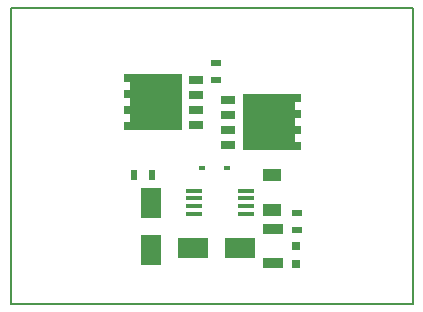
<source format=gtp>
G04 #@! TF.FileFunction,Paste,Top*
%FSLAX46Y46*%
G04 Gerber Fmt 4.6, Leading zero omitted, Abs format (unit mm)*
G04 Created by KiCad (PCBNEW 4.0.4-stable) date 02/25/17 16:14:21*
%MOMM*%
%LPD*%
G01*
G04 APERTURE LIST*
%ADD10C,0.100000*%
%ADD11C,0.150000*%
%ADD12R,0.590000X0.450000*%
%ADD13R,1.800860X2.499360*%
%ADD14R,1.450000X0.450000*%
%ADD15R,4.500000X0.650000*%
%ADD16R,5.000000X0.700000*%
%ADD17R,1.200000X0.700000*%
%ADD18R,2.499360X1.800860*%
%ADD19R,0.750000X0.800000*%
%ADD20R,1.700000X0.900000*%
%ADD21R,0.900000X0.500000*%
%ADD22R,0.500000X0.900000*%
%ADD23R,1.600000X1.000000*%
G04 APERTURE END LIST*
D10*
D11*
X0Y25000000D02*
X34000000Y25000000D01*
X0Y0D02*
X0Y25000000D01*
X34000000Y0D02*
X34000000Y25000000D01*
X0Y0D02*
X34000000Y0D01*
D12*
X18280000Y11450000D03*
X16170000Y11450000D03*
D13*
X11850000Y8548980D03*
X11850000Y4551020D03*
D14*
X15500000Y9575000D03*
X15500000Y8925000D03*
X15500000Y8275000D03*
X15500000Y7625000D03*
X19900000Y7625000D03*
X19900000Y8275000D03*
X19900000Y8925000D03*
X19900000Y9575000D03*
D15*
X21825000Y16725000D03*
X21825000Y15375000D03*
D16*
X22075000Y14700000D03*
X22075000Y16050000D03*
X22075000Y17400000D03*
X22075000Y13350000D03*
D15*
X21825000Y14025000D03*
D17*
X18375000Y17280000D03*
X18375000Y16010000D03*
X18375000Y14740000D03*
X18375000Y13470000D03*
D18*
X19398980Y4700000D03*
X15401020Y4700000D03*
D15*
X12250000Y15700000D03*
X12250000Y17050000D03*
D16*
X12000000Y17725000D03*
X12000000Y16375000D03*
X12000000Y15025000D03*
X12000000Y19075000D03*
D15*
X12250000Y18400000D03*
D17*
X15700000Y15145000D03*
X15700000Y16415000D03*
X15700000Y17685000D03*
X15700000Y18955000D03*
D19*
X24150000Y4900000D03*
X24150000Y3400000D03*
D20*
X22150000Y6350000D03*
X22150000Y3450000D03*
D21*
X24200000Y7700000D03*
X24200000Y6200000D03*
X17400000Y18900000D03*
X17400000Y20400000D03*
D22*
X11900000Y10900000D03*
X10400000Y10900000D03*
D23*
X22100000Y10925000D03*
X22100000Y7925000D03*
M02*

</source>
